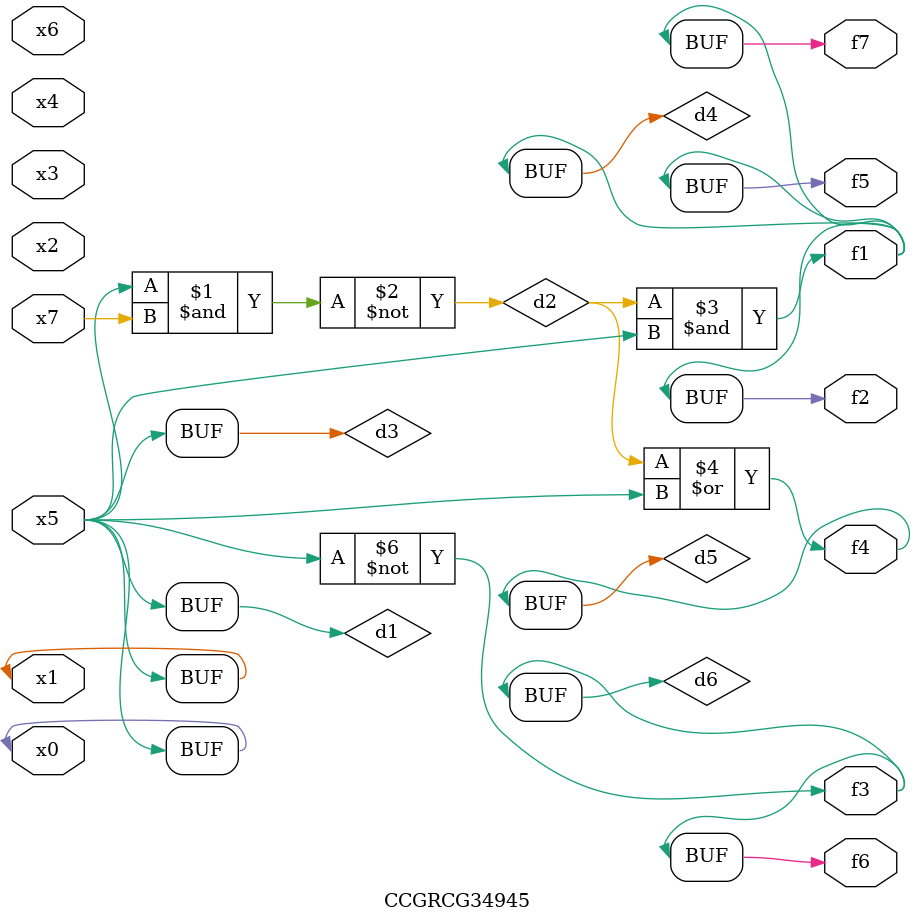
<source format=v>
module CCGRCG34945(
	input x0, x1, x2, x3, x4, x5, x6, x7,
	output f1, f2, f3, f4, f5, f6, f7
);

	wire d1, d2, d3, d4, d5, d6;

	buf (d1, x0, x5);
	nand (d2, x5, x7);
	buf (d3, x0, x1);
	and (d4, d2, d3);
	or (d5, d2, d3);
	nor (d6, d1, d3);
	assign f1 = d4;
	assign f2 = d4;
	assign f3 = d6;
	assign f4 = d5;
	assign f5 = d4;
	assign f6 = d6;
	assign f7 = d4;
endmodule

</source>
